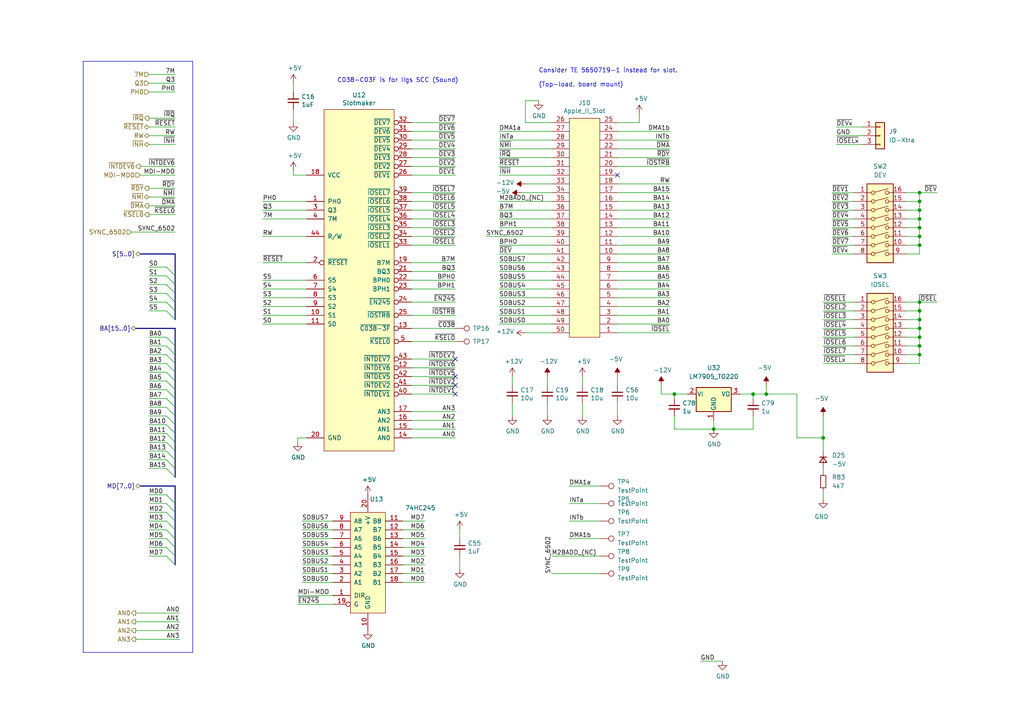
<source format=kicad_sch>
(kicad_sch (version 20230121) (generator eeschema)
  (paper "A4")
  (title_block (title "Slotmaker and Game DIP") (date "2022-06-27") (rev "3b") (company "twitch.tv/baldengineer"))
  (junction (at 266.7 55.88))
  (junction (at 266.7 95.25))
  (junction (at 266.7 100.33))
  (junction (at 266.7 92.71))
  (junction (at 266.7 68.58))
  (junction (at 266.7 90.17))
  (junction (at 218.44 114.3))
  (junction (at 266.7 60.96))
  (junction (at 222.25 114.3))
  (junction (at 266.7 66.04))
  (junction (at 266.7 102.87))
  (junction (at 266.7 71.12))
  (junction (at 266.7 63.5))
  (junction (at 266.7 87.63))
  (junction (at 266.7 97.79))
  (junction (at 238.76 127))
  (junction (at 266.7 58.42))
  (junction (at 195.58 114.3))
  (junction (at 207.01 124.46))
  (no_connect (at 132.08 114.3))
  (no_connect (at 132.08 109.22))
  (no_connect (at 132.08 111.76))
  (no_connect (at 179.07 50.8))
  (no_connect (at 132.08 104.14))
  (bus_entry (at 48.26 90.17) (size 2.54 2.54))
  (bus_entry (at 48.26 102.87) (size 2.54 2.54))
  (bus_entry (at 48.26 85.09) (size 2.54 2.54))
  (bus_entry (at 48.26 130.81) (size 2.54 2.54))
  (bus_entry (at 48.26 146.05) (size 2.54 2.54))
  (bus_entry (at 48.26 148.59) (size 2.54 2.54))
  (bus_entry (at 48.26 133.35) (size 2.54 2.54))
  (bus_entry (at 48.26 113.03) (size 2.54 2.54))
  (bus_entry (at 48.26 123.19) (size 2.54 2.54))
  (bus_entry (at 48.26 110.49) (size 2.54 2.54))
  (bus_entry (at 48.26 77.47) (size 2.54 2.54))
  (bus_entry (at 48.26 151.13) (size 2.54 2.54))
  (bus_entry (at 48.26 100.33) (size 2.54 2.54))
  (bus_entry (at 48.26 158.75) (size 2.54 2.54))
  (bus_entry (at 48.26 87.63) (size 2.54 2.54))
  (bus_entry (at 48.26 156.21) (size 2.54 2.54))
  (bus_entry (at 48.26 105.41) (size 2.54 2.54))
  (bus_entry (at 48.26 80.01) (size 2.54 2.54))
  (bus_entry (at 48.26 107.95) (size 2.54 2.54))
  (bus_entry (at 48.26 143.51) (size 2.54 2.54))
  (bus_entry (at 48.26 125.73) (size 2.54 2.54))
  (bus_entry (at 48.26 120.65) (size 2.54 2.54))
  (bus_entry (at 48.26 115.57) (size 2.54 2.54))
  (bus_entry (at 48.26 128.27) (size 2.54 2.54))
  (bus_entry (at 48.26 97.79) (size 2.54 2.54))
  (bus_entry (at 48.26 161.29) (size 2.54 2.54))
  (bus_entry (at 48.26 153.67) (size 2.54 2.54))
  (bus_entry (at 48.26 82.55) (size 2.54 2.54))
  (bus_entry (at 48.26 118.11) (size 2.54 2.54))
  (bus_entry (at 48.26 135.89) (size 2.54 2.54))
  (wire (pts (xy 242.57 39.37) (xy 250.19 39.37)))
  (wire (pts (xy 179.07 68.58) (xy 194.31 68.58)))
  (wire (pts (xy 179.07 73.66) (xy 194.31 73.66)))
  (wire (pts (xy 266.7 55.88) (xy 271.78 55.88)))
  (wire (pts (xy 179.07 40.64) (xy 194.31 40.64)))
  (wire (pts (xy 179.07 88.9) (xy 194.31 88.9)))
  (wire (pts (xy 266.7 87.63) (xy 271.78 87.63)))
  (polyline (pts (xy 24.13 17.78) (xy 24.13 189.23)))
  (wire (pts (xy 43.18 105.41) (xy 48.26 105.41)))
  (wire (pts (xy 50.8 26.67) (xy 43.18 26.67)))
  (wire (pts (xy 262.89 87.63) (xy 266.7 87.63)))
  (wire (pts (xy 238.76 120.65) (xy 238.76 127)))
  (wire (pts (xy 43.18 102.87) (xy 48.26 102.87)))
  (wire (pts (xy 218.44 114.3) (xy 218.44 115.57)))
  (wire (pts (xy 191.77 114.3) (xy 195.58 114.3)))
  (wire (pts (xy 119.38 99.06) (xy 132.08 99.06)))
  (wire (pts (xy 266.7 92.71) (xy 266.7 95.25)))
  (wire (pts (xy 266.7 95.25) (xy 266.7 97.79)))
  (wire (pts (xy 144.78 78.74) (xy 160.02 78.74)))
  (wire (pts (xy 43.18 34.29) (xy 50.8 34.29)))
  (wire (pts (xy 43.18 90.17) (xy 48.26 90.17)))
  (wire (pts (xy 144.78 63.5) (xy 160.02 63.5)))
  (wire (pts (xy 119.38 111.76) (xy 132.08 111.76)))
  (wire (pts (xy 218.44 114.3) (xy 222.25 114.3)))
  (wire (pts (xy 88.9 60.96) (xy 76.2 60.96)))
  (wire (pts (xy 231.14 127) (xy 238.76 127)))
  (wire (pts (xy 262.89 95.25) (xy 266.7 95.25)))
  (wire (pts (xy 43.18 123.19) (xy 48.26 123.19)))
  (wire (pts (xy 140.97 68.58) (xy 160.02 68.58)))
  (wire (pts (xy 43.18 125.73) (xy 48.26 125.73)))
  (wire (pts (xy 119.38 104.14) (xy 132.08 104.14)))
  (wire (pts (xy 262.89 97.79) (xy 266.7 97.79)))
  (wire (pts (xy 144.78 66.04) (xy 160.02 66.04)))
  (wire (pts (xy 179.07 55.88) (xy 194.31 55.88)))
  (wire (pts (xy 119.38 76.2) (xy 132.08 76.2)))
  (wire (pts (xy 222.25 114.3) (xy 231.14 114.3)))
  (wire (pts (xy 158.75 120.65) (xy 158.75 116.84)))
  (wire (pts (xy 40.64 48.26) (xy 50.8 48.26)))
  (wire (pts (xy 85.09 50.8) (xy 85.09 49.53)))
  (wire (pts (xy 88.9 91.44) (xy 76.2 91.44)))
  (wire (pts (xy 116.84 166.37) (xy 123.19 166.37)))
  (wire (pts (xy 179.07 111.76) (xy 179.07 109.22)))
  (wire (pts (xy 179.07 120.65) (xy 179.07 116.84)))
  (wire (pts (xy 238.76 142.24) (xy 238.76 144.78)))
  (wire (pts (xy 148.59 111.76) (xy 148.59 109.22)))
  (wire (pts (xy 262.89 71.12) (xy 266.7 71.12)))
  (wire (pts (xy 88.9 83.82) (xy 76.2 83.82)))
  (wire (pts (xy 179.07 66.04) (xy 194.31 66.04)))
  (wire (pts (xy 96.52 158.75) (xy 87.63 158.75)))
  (wire (pts (xy 152.4 53.34) (xy 160.02 53.34)))
  (wire (pts (xy 160.02 166.37) (xy 173.99 166.37)))
  (wire (pts (xy 43.18 151.13) (xy 48.26 151.13)))
  (wire (pts (xy 168.91 120.65) (xy 168.91 116.84)))
  (wire (pts (xy 144.78 81.28) (xy 160.02 81.28)))
  (wire (pts (xy 88.9 81.28) (xy 76.2 81.28)))
  (wire (pts (xy 48.26 158.75) (xy 43.18 158.75)))
  (wire (pts (xy 43.18 153.67) (xy 48.26 153.67)))
  (wire (pts (xy 119.38 63.5) (xy 132.08 63.5)))
  (bus (pts (xy 50.8 82.55) (xy 50.8 80.01)))
  (wire (pts (xy 266.7 73.66) (xy 262.89 73.66)))
  (wire (pts (xy 262.89 102.87) (xy 266.7 102.87)))
  (wire (pts (xy 119.38 114.3) (xy 132.08 114.3)))
  (wire (pts (xy 119.38 119.38) (xy 132.08 119.38)))
  (wire (pts (xy 88.9 58.42) (xy 76.2 58.42)))
  (wire (pts (xy 39.37 185.42) (xy 52.07 185.42)))
  (wire (pts (xy 179.07 71.12) (xy 194.31 71.12)))
  (bus (pts (xy 50.8 110.49) (xy 50.8 107.95)))
  (bus (pts (xy 50.8 107.95) (xy 50.8 105.41)))
  (wire (pts (xy 96.52 166.37) (xy 87.63 166.37)))
  (wire (pts (xy 96.52 161.29) (xy 87.63 161.29)))
  (wire (pts (xy 195.58 114.3) (xy 199.39 114.3)))
  (wire (pts (xy 218.44 120.65) (xy 218.44 124.46)))
  (wire (pts (xy 238.76 137.16) (xy 238.76 135.89)))
  (polyline (pts (xy 24.13 17.78) (xy 55.88 17.78)))
  (bus (pts (xy 50.8 100.33) (xy 50.8 95.25)))
  (wire (pts (xy 238.76 87.63) (xy 247.65 87.63)))
  (wire (pts (xy 88.9 76.2) (xy 76.2 76.2)))
  (wire (pts (xy 179.07 63.5) (xy 194.31 63.5)))
  (wire (pts (xy 43.18 54.61) (xy 50.8 54.61)))
  (wire (pts (xy 179.07 96.52) (xy 194.31 96.52)))
  (wire (pts (xy 119.38 60.96) (xy 132.08 60.96)))
  (wire (pts (xy 165.1 146.05) (xy 173.99 146.05)))
  (wire (pts (xy 160.02 35.56) (xy 152.4 35.56)))
  (wire (pts (xy 179.07 76.2) (xy 194.31 76.2)))
  (bus (pts (xy 40.64 73.66) (xy 50.8 73.66)))
  (bus (pts (xy 50.8 113.03) (xy 50.8 110.49)))
  (wire (pts (xy 43.18 97.79) (xy 48.26 97.79)))
  (wire (pts (xy 119.38 106.68) (xy 132.08 106.68)))
  (wire (pts (xy 119.38 45.72) (xy 132.08 45.72)))
  (wire (pts (xy 50.8 50.8) (xy 40.64 50.8)))
  (wire (pts (xy 241.3 55.88) (xy 247.65 55.88)))
  (wire (pts (xy 262.89 55.88) (xy 266.7 55.88)))
  (bus (pts (xy 50.8 85.09) (xy 50.8 82.55)))
  (wire (pts (xy 266.7 68.58) (xy 266.7 71.12)))
  (wire (pts (xy 144.78 86.36) (xy 160.02 86.36)))
  (wire (pts (xy 116.84 161.29) (xy 123.19 161.29)))
  (wire (pts (xy 152.4 29.21) (xy 156.21 29.21)))
  (wire (pts (xy 266.7 60.96) (xy 266.7 63.5)))
  (wire (pts (xy 179.07 83.82) (xy 194.31 83.82)))
  (bus (pts (xy 50.8 146.05) (xy 50.8 140.97)))
  (wire (pts (xy 43.18 87.63) (xy 48.26 87.63)))
  (wire (pts (xy 96.52 156.21) (xy 87.63 156.21)))
  (wire (pts (xy 179.07 53.34) (xy 194.31 53.34)))
  (wire (pts (xy 266.7 58.42) (xy 266.7 60.96)))
  (wire (pts (xy 39.37 182.88) (xy 52.07 182.88)))
  (wire (pts (xy 88.9 86.36) (xy 76.2 86.36)))
  (bus (pts (xy 50.8 92.71) (xy 50.8 90.17)))
  (wire (pts (xy 179.07 38.1) (xy 194.31 38.1)))
  (wire (pts (xy 218.44 124.46) (xy 207.01 124.46)))
  (wire (pts (xy 179.07 78.74) (xy 194.31 78.74)))
  (bus (pts (xy 50.8 87.63) (xy 50.8 85.09)))
  (wire (pts (xy 119.38 87.63) (xy 132.08 87.63)))
  (bus (pts (xy 50.8 118.11) (xy 50.8 115.57)))
  (wire (pts (xy 179.07 43.18) (xy 194.31 43.18)))
  (bus (pts (xy 50.8 115.57) (xy 50.8 113.03)))
  (wire (pts (xy 185.42 35.56) (xy 179.07 35.56)))
  (wire (pts (xy 43.18 148.59) (xy 48.26 148.59)))
  (wire (pts (xy 119.38 43.18) (xy 132.08 43.18)))
  (wire (pts (xy 238.76 127) (xy 238.76 130.81)))
  (wire (pts (xy 266.7 55.88) (xy 266.7 58.42)))
  (wire (pts (xy 266.7 66.04) (xy 266.7 68.58)))
  (bus (pts (xy 50.8 153.67) (xy 50.8 151.13)))
  (wire (pts (xy 160.02 45.72) (xy 144.78 45.72)))
  (wire (pts (xy 266.7 90.17) (xy 266.7 92.71)))
  (wire (pts (xy 43.18 62.23) (xy 50.8 62.23)))
  (wire (pts (xy 160.02 60.96) (xy 144.78 60.96)))
  (wire (pts (xy 151.13 55.88) (xy 160.02 55.88)))
  (wire (pts (xy 48.26 115.57) (xy 43.18 115.57)))
  (wire (pts (xy 43.18 156.21) (xy 48.26 156.21)))
  (wire (pts (xy 144.78 71.12) (xy 160.02 71.12)))
  (wire (pts (xy 179.07 91.44) (xy 194.31 91.44)))
  (wire (pts (xy 207.01 121.92) (xy 207.01 124.46)))
  (wire (pts (xy 195.58 124.46) (xy 207.01 124.46)))
  (bus (pts (xy 50.8 133.35) (xy 50.8 135.89)))
  (wire (pts (xy 238.76 102.87) (xy 247.65 102.87)))
  (bus (pts (xy 39.37 95.25) (xy 50.8 95.25)))
  (wire (pts (xy 48.26 161.29) (xy 43.18 161.29)))
  (wire (pts (xy 96.52 168.91) (xy 87.63 168.91)))
  (bus (pts (xy 50.8 80.01) (xy 50.8 73.66)))
  (wire (pts (xy 116.84 151.13) (xy 123.19 151.13)))
  (wire (pts (xy 119.38 50.8) (xy 132.08 50.8)))
  (wire (pts (xy 262.89 66.04) (xy 266.7 66.04)))
  (wire (pts (xy 262.89 63.5) (xy 266.7 63.5)))
  (wire (pts (xy 119.38 58.42) (xy 132.08 58.42)))
  (wire (pts (xy 185.42 33.02) (xy 185.42 35.56)))
  (wire (pts (xy 48.26 135.89) (xy 43.18 135.89)))
  (bus (pts (xy 40.64 140.97) (xy 50.8 140.97)))
  (wire (pts (xy 144.78 73.66) (xy 160.02 73.66)))
  (wire (pts (xy 119.38 66.04) (xy 132.08 66.04)))
  (wire (pts (xy 48.26 80.01) (xy 43.18 80.01)))
  (wire (pts (xy 39.37 180.34) (xy 52.07 180.34)))
  (wire (pts (xy 96.52 175.26) (xy 86.36 175.26)))
  (wire (pts (xy 266.7 102.87) (xy 266.7 105.41)))
  (wire (pts (xy 48.26 128.27) (xy 43.18 128.27)))
  (wire (pts (xy 160.02 50.8) (xy 144.78 50.8)))
  (wire (pts (xy 43.18 59.69) (xy 50.8 59.69)))
  (polyline (pts (xy 55.88 189.23) (xy 24.13 189.23)))
  (wire (pts (xy 50.8 41.91) (xy 43.18 41.91)))
  (wire (pts (xy 119.38 55.88) (xy 132.08 55.88)))
  (wire (pts (xy 39.37 177.8) (xy 52.07 177.8)))
  (wire (pts (xy 238.76 95.25) (xy 247.65 95.25)))
  (wire (pts (xy 86.36 127) (xy 86.36 128.27)))
  (wire (pts (xy 48.26 143.51) (xy 43.18 143.51)))
  (wire (pts (xy 179.07 93.98) (xy 194.31 93.98)))
  (wire (pts (xy 119.38 121.92) (xy 132.08 121.92)))
  (wire (pts (xy 38.1 67.31) (xy 50.8 67.31)))
  (wire (pts (xy 133.35 165.1) (xy 133.35 161.29)))
  (wire (pts (xy 48.26 110.49) (xy 43.18 110.49)))
  (wire (pts (xy 173.99 156.21) (xy 165.1 156.21)))
  (wire (pts (xy 144.78 38.1) (xy 160.02 38.1)))
  (wire (pts (xy 43.18 118.11) (xy 48.26 118.11)))
  (wire (pts (xy 133.35 156.21) (xy 133.35 153.67)))
  (wire (pts (xy 144.78 76.2) (xy 160.02 76.2)))
  (wire (pts (xy 195.58 120.65) (xy 195.58 124.46)))
  (wire (pts (xy 43.18 39.37) (xy 50.8 39.37)))
  (wire (pts (xy 266.7 100.33) (xy 266.7 102.87)))
  (wire (pts (xy 116.84 153.67) (xy 123.19 153.67)))
  (wire (pts (xy 214.63 114.3) (xy 218.44 114.3)))
  (wire (pts (xy 88.9 88.9) (xy 76.2 88.9)))
  (wire (pts (xy 179.07 86.36) (xy 194.31 86.36)))
  (wire (pts (xy 48.26 146.05) (xy 43.18 146.05)))
  (bus (pts (xy 50.8 135.89) (xy 50.8 138.43)))
  (bus (pts (xy 50.8 120.65) (xy 50.8 118.11)))
  (wire (pts (xy 266.7 87.63) (xy 266.7 90.17)))
  (wire (pts (xy 88.9 63.5) (xy 76.2 63.5)))
  (wire (pts (xy 262.89 90.17) (xy 266.7 90.17)))
  (wire (pts (xy 262.89 100.33) (xy 266.7 100.33)))
  (wire (pts (xy 88.9 93.98) (xy 76.2 93.98)))
  (wire (pts (xy 179.07 60.96) (xy 194.31 60.96)))
  (wire (pts (xy 88.9 68.58) (xy 76.2 68.58)))
  (wire (pts (xy 152.4 35.56) (xy 152.4 29.21)))
  (wire (pts (xy 241.3 73.66) (xy 247.65 73.66)))
  (wire (pts (xy 158.75 111.76) (xy 158.75 109.22)))
  (wire (pts (xy 116.84 163.83) (xy 123.19 163.83)))
  (bus (pts (xy 50.8 102.87) (xy 50.8 100.33)))
  (wire (pts (xy 88.9 127) (xy 86.36 127)))
  (wire (pts (xy 238.76 97.79) (xy 247.65 97.79)))
  (wire (pts (xy 48.26 77.47) (xy 43.18 77.47)))
  (bus (pts (xy 50.8 125.73) (xy 50.8 123.19)))
  (wire (pts (xy 242.57 36.83) (xy 250.19 36.83)))
  (wire (pts (xy 144.78 83.82) (xy 160.02 83.82)))
  (wire (pts (xy 173.99 161.29) (xy 160.02 161.29)))
  (wire (pts (xy 116.84 168.91) (xy 123.19 168.91)))
  (wire (pts (xy 241.3 63.5) (xy 247.65 63.5)))
  (wire (pts (xy 266.7 71.12) (xy 266.7 73.66)))
  (wire (pts (xy 266.7 97.79) (xy 266.7 100.33)))
  (wire (pts (xy 242.57 41.91) (xy 250.19 41.91)))
  (wire (pts (xy 119.38 38.1) (xy 132.08 38.1)))
  (wire (pts (xy 179.07 58.42) (xy 194.31 58.42)))
  (bus (pts (xy 50.8 123.19) (xy 50.8 120.65)))
  (wire (pts (xy 241.3 66.04) (xy 247.65 66.04)))
  (wire (pts (xy 179.07 81.28) (xy 194.31 81.28)))
  (wire (pts (xy 222.25 114.3) (xy 222.25 111.76)))
  (wire (pts (xy 266.7 63.5) (xy 266.7 66.04)))
  (wire (pts (xy 48.26 113.03) (xy 43.18 113.03)))
  (bus (pts (xy 50.8 161.29) (xy 50.8 158.75)))
  (wire (pts (xy 119.38 68.58) (xy 132.08 68.58)))
  (wire (pts (xy 262.89 92.71) (xy 266.7 92.71)))
  (wire (pts (xy 48.26 85.09) (xy 43.18 85.09)))
  (wire (pts (xy 116.84 156.21) (xy 123.19 156.21)))
  (wire (pts (xy 119.38 71.12) (xy 132.08 71.12)))
  (wire (pts (xy 85.09 26.67) (xy 85.09 24.13)))
  (wire (pts (xy 179.07 45.72) (xy 194.31 45.72)))
  (wire (pts (xy 43.18 36.83) (xy 50.8 36.83)))
  (wire (pts (xy 144.78 40.64) (xy 160.02 40.64)))
  (wire (pts (xy 144.78 91.44) (xy 160.02 91.44)))
  (wire (pts (xy 119.38 95.25) (xy 132.08 95.25)))
  (wire (pts (xy 119.38 91.44) (xy 132.08 91.44)))
  (wire (pts (xy 238.76 90.17) (xy 247.65 90.17)))
  (wire (pts (xy 119.38 81.28) (xy 132.08 81.28)))
  (wire (pts (xy 160.02 43.18) (xy 144.78 43.18)))
  (wire (pts (xy 160.02 48.26) (xy 144.78 48.26)))
  (wire (pts (xy 43.18 82.55) (xy 48.26 82.55)))
  (wire (pts (xy 85.09 35.56) (xy 85.09 31.75)))
  (bus (pts (xy 50.8 163.83) (xy 50.8 161.29)))
  (wire (pts (xy 148.59 120.65) (xy 148.59 116.84)))
  (wire (pts (xy 50.8 21.59) (xy 43.18 21.59)))
  (wire (pts (xy 238.76 92.71) (xy 247.65 92.71)))
  (bus (pts (xy 50.8 90.17) (xy 50.8 87.63)))
  (wire (pts (xy 266.7 105.41) (xy 262.89 105.41)))
  (wire (pts (xy 116.84 158.75) (xy 123.19 158.75)))
  (wire (pts (xy 262.89 68.58) (xy 266.7 68.58)))
  (bus (pts (xy 50.8 148.59) (xy 50.8 146.05)))
  (bus (pts (xy 50.8 128.27) (xy 50.8 125.73)))
  (wire (pts (xy 119.38 35.56) (xy 132.08 35.56)))
  (wire (pts (xy 209.55 191.77) (xy 203.2 191.77)))
  (wire (pts (xy 241.3 71.12) (xy 247.65 71.12)))
  (bus (pts (xy 50.8 156.21) (xy 50.8 153.67)))
  (wire (pts (xy 231.14 114.3) (xy 231.14 127)))
  (wire (pts (xy 119.38 40.64) (xy 132.08 40.64)))
  (wire (pts (xy 119.38 48.26) (xy 132.08 48.26)))
  (wire (pts (xy 173.99 151.13) (xy 165.1 151.13)))
  (wire (pts (xy 50.8 24.13) (xy 43.18 24.13)))
  (bus (pts (xy 50.8 105.41) (xy 50.8 102.87)))
  (bus (pts (xy 50.8 151.13) (xy 50.8 148.59)))
  (wire (pts (xy 48.26 107.95) (xy 43.18 107.95)))
  (wire (pts (xy 238.76 100.33) (xy 247.65 100.33)))
  (wire (pts (xy 168.91 111.76) (xy 168.91 109.22)))
  (wire (pts (xy 48.26 130.81) (xy 43.18 130.81)))
  (wire (pts (xy 241.3 58.42) (xy 247.65 58.42)))
  (wire (pts (xy 43.18 120.65) (xy 48.26 120.65)))
  (wire (pts (xy 144.78 93.98) (xy 160.02 93.98)))
  (wire (pts (xy 195.58 114.3) (xy 195.58 115.57)))
  (polyline (pts (xy 55.88 17.78) (xy 55.88 189.23)))
  (wire (pts (xy 88.9 50.8) (xy 85.09 50.8)))
  (wire (pts (xy 48.26 133.35) (xy 43.18 133.35)))
  (wire (pts (xy 119.38 127) (xy 132.08 127)))
  (wire (pts (xy 152.4 96.52) (xy 160.02 96.52)))
  (bus (pts (xy 50.8 158.75) (xy 50.8 156.21)))
  (wire (pts (xy 241.3 68.58) (xy 247.65 68.58)))
  (wire (pts (xy 119.38 83.82) (xy 132.08 83.82)))
  (wire (pts (xy 165.1 140.97) (xy 173.99 140.97)))
  (bus (pts (xy 50.8 130.81) (xy 50.8 128.27)))
  (wire (pts (xy 144.78 88.9) (xy 160.02 88.9)))
  (wire (pts (xy 96.52 153.67) (xy 87.63 153.67)))
  (wire (pts (xy 43.18 100.33) (xy 48.26 100.33)))
  (bus (pts (xy 50.8 133.35) (xy 50.8 130.81)))
  (wire (pts (xy 262.89 58.42) (xy 266.7 58.42)))
  (wire (pts (xy 179.07 48.26) (xy 194.31 48.26)))
  (wire (pts (xy 96.52 163.83) (xy 87.63 163.83)))
  (wire (pts (xy 96.52 172.72) (xy 86.36 172.72)))
  (wire (pts (xy 119.38 109.22) (xy 132.08 109.22)))
  (wire (pts (xy 191.77 111.76) (xy 191.77 114.3)))
  (wire (pts (xy 238.76 105.41) (xy 247.65 105.41)))
  (wire (pts (xy 119.38 124.46) (xy 132.08 124.46)))
  (wire (pts (xy 96.52 151.13) (xy 87.63 151.13)))
  (wire (pts (xy 241.3 60.96) (xy 247.65 60.96)))
  (wire (pts (xy 43.18 57.15) (xy 50.8 57.15)))
  (wire (pts (xy 160.02 58.42) (xy 144.78 58.42)))
  (wire (pts (xy 119.38 78.74) (xy 132.08 78.74)))
  (wire (pts (xy 262.89 60.96) (xy 266.7 60.96)))
  (text "Consider TE 5650719-1 instead for slot.\n\n(Top-load, board mount)" (at 156.21 25.4 0) (effects (font (size 1.27 1.27)) (justify left bottom)))
  (text "C038-C03F is for IIgs SCC (Sound)" (at 97.79 24.13 0) (effects (font (size 1.27 1.27)) (justify left bottom)))
  (text "~{}" (at 39.37 48.26 0) (effects (font (size 1.27 1.27)) (justify left bottom)))
  (label "~{IOSEL4}" (at 238.76 95.25 0))
  (label "S1" (at 76.2 91.44 0))
  (label "MD7" (at 123.19 151.13 180))
  (label "~{C038}" (at 132.08 95.25 180))
  (label "7M" (at 50.8 21.59 180))
  (label "BA8" (at 194.31 73.66 180))
  (label "SDBUS5" (at 87.63 156.21 0))
  (label "SDBUS3" (at 144.78 86.36 0))
  (label "MD1" (at 43.18 146.05 0))
  (label "S0" (at 43.18 77.47 0))
  (label "~{DEV3}" (at 132.08 45.72 180))
  (label "7M" (at 76.2 63.5 0))
  (label "~{INH}" (at 50.8 41.91 180))
  (label "BA14" (at 43.18 133.35 0))
  (label "BPH0" (at 132.08 81.28 180))
  (label "SDBUS4" (at 144.78 83.82 0))
  (label "SDBUS1" (at 144.78 91.44 0))
  (label "SDBUS0" (at 87.63 168.91 0))
  (label "BA14" (at 194.31 58.42 180))
  (label "Q3" (at 50.8 24.13 180))
  (label "MD4" (at 43.18 153.67 0))
  (label "BA15" (at 194.31 55.88 180))
  (label "~{IOSEL7}" (at 238.76 102.87 0))
  (label "AN1" (at 132.08 124.46 180))
  (label "S3" (at 76.2 86.36 0))
  (label "SDBUS6" (at 144.78 78.74 0))
  (label "DMA1a" (at 165.1 140.97 0))
  (label "~{RESET}" (at 76.2 76.2 0))
  (label "BA3" (at 43.18 105.41 0))
  (label "AN3" (at 132.08 119.38 180))
  (label "SDBUS7" (at 87.63 151.13 0))
  (label "~{RDY}" (at 194.31 45.72 180))
  (label "MD3" (at 123.19 161.29 180))
  (label "GND" (at 203.2 191.77 0))
  (label "MD7" (at 43.18 161.29 0))
  (label "~{EN245}" (at 132.08 87.63 180))
  (label "M2BADD_(NC)" (at 160.02 161.29 0))
  (label "BQ3" (at 132.08 78.74 180))
  (label "BA12" (at 194.31 63.5 180))
  (label "BA5" (at 43.18 110.49 0))
  (label "~{IOSEL7}" (at 132.08 55.88 180))
  (label "B7M" (at 144.78 60.96 0))
  (label "MD0" (at 123.19 168.91 180))
  (label "SDBUS5" (at 144.78 81.28 0))
  (label "SDBUS0" (at 144.78 93.98 0))
  (label "MD5" (at 43.18 156.21 0))
  (label "~{IOSEL1}" (at 132.08 71.12 180))
  (label "~{INH}" (at 144.78 50.8 0))
  (label "~{IOSEL3}" (at 132.08 66.04 180))
  (label "PH0" (at 50.8 26.67 180))
  (label "~{IOSEL4}" (at 132.08 63.5 180))
  (label "~{IOSEL2}" (at 238.76 90.17 0))
  (label "RW" (at 194.31 53.34 180))
  (label "SYNC_6502" (at 140.97 68.58 0))
  (label "~{DEV2}" (at 241.3 58.42 0))
  (label "INTb" (at 194.31 40.64 180))
  (label "~{RDY}" (at 50.8 54.61 180))
  (label "MD6" (at 43.18 158.75 0))
  (label "~{NMI}" (at 50.8 57.15 180))
  (label "~{INTDEV2}" (at 132.08 111.76 180))
  (label "S2" (at 76.2 88.9 0))
  (label "RW" (at 50.8 39.37 180))
  (label "MD6" (at 123.19 153.67 180))
  (label "Q3" (at 76.2 60.96 0))
  (label "SDBUS1" (at 87.63 166.37 0))
  (label "BA6" (at 43.18 113.03 0))
  (label "~{DEV6}" (at 241.3 68.58 0))
  (label "GND" (at 242.57 39.37 0))
  (label "BA10" (at 194.31 68.58 180))
  (label "BA13" (at 194.31 60.96 180))
  (label "SYNC_6502" (at 50.8 67.31 180))
  (label "~{IOSEL3}" (at 238.76 92.71 0))
  (label "B7M" (at 132.08 76.2 180))
  (label "~{DMA}" (at 50.8 59.69 180))
  (label "~{DEV3}" (at 241.3 60.96 0))
  (label "~{DEV6}" (at 132.08 38.1 180))
  (label "AN0" (at 132.08 127 180))
  (label "~{INTDEV1}" (at 132.08 114.3 180))
  (label "SDBUS2" (at 144.78 88.9 0))
  (label "DMA1b" (at 194.31 38.1 180))
  (label "SDBUS3" (at 87.63 161.29 0))
  (label "AN3" (at 52.07 185.42 180))
  (label "MD2" (at 123.19 163.83 180))
  (label "BA9" (at 194.31 71.12 180))
  (label "RW" (at 76.2 68.58 0))
  (label "AN1" (at 52.07 180.34 180))
  (label "SDBUS6" (at 87.63 153.67 0))
  (label "MD4" (at 123.19 158.75 180))
  (label "~{DEV5}" (at 241.3 66.04 0))
  (label "BA11" (at 43.18 125.73 0))
  (label "BQ3" (at 144.78 63.5 0))
  (label "SDBUS4" (at 87.63 158.75 0))
  (label "S3" (at 43.18 85.09 0))
  (label "BA0" (at 43.18 97.79 0))
  (label "S4" (at 76.2 83.82 0))
  (label "~{INTDEV6}" (at 132.08 106.68 180))
  (label "INTa" (at 144.78 40.64 0))
  (label "~{IOSEL}" (at 194.31 96.52 180))
  (label "MDI-MDO" (at 50.8 50.8 180))
  (label "~{DEV7}" (at 132.08 35.56 180))
  (label "S2" (at 43.18 82.55 0))
  (label "AN0" (at 52.07 177.8 180))
  (label "~{KSEL0}" (at 132.08 99.06 180))
  (label "MD2" (at 43.18 148.59 0))
  (label "M2BADD_(NC)" (at 144.78 58.42 0))
  (label "~{KSEL0}" (at 50.8 62.23 180))
  (label "~{DEV4}" (at 241.3 63.5 0))
  (label "BPH1" (at 144.78 66.04 0))
  (label "BA1" (at 194.31 91.44 180))
  (label "BA4" (at 43.18 107.95 0))
  (label "MD0" (at 43.18 143.51 0))
  (label "DMA1b" (at 165.1 156.21 0))
  (label "BA1" (at 43.18 100.33 0))
  (label "BA7" (at 194.31 76.2 180))
  (label "BA3" (at 194.31 86.36 180))
  (label "AN2" (at 132.08 121.92 180))
  (label "BA6" (at 194.31 78.74 180))
  (label "~{INTDEV7}" (at 132.08 104.14 180))
  (label "~{IRQ}" (at 144.78 45.72 0))
  (label "BA2" (at 43.18 102.87 0))
  (label "~{IOSELx}" (at 242.57 41.91 0))
  (label "BA11" (at 194.31 66.04 180))
  (label "~{DEVx}" (at 241.3 73.66 0))
  (label "SYNC_6502" (at 160.02 166.37 90))
  (label "~{IOSEL2}" (at 132.08 68.58 180))
  (label "~{DEV1}" (at 241.3 55.88 0))
  (label "~{IOSELx}" (at 238.76 105.41 0))
  (label "S4" (at 43.18 87.63 0))
  (label "PH0" (at 76.2 58.42 0))
  (label "~{DEV5}" (at 132.08 40.64 180))
  (label "~{IOSEL1}" (at 238.76 87.63 0))
  (label "~{EN245}" (at 86.36 175.26 0))
  (label "BA8" (at 43.18 118.11 0))
  (label "~{DEV2}" (at 132.08 48.26 180))
  (label "~{DEV}" (at 144.78 73.66 0))
  (label "S5" (at 43.18 90.17 0))
  (label "~{DEVx}" (at 242.57 36.83 0))
  (label "BA13" (at 43.18 130.81 0))
  (label "~{DEV}" (at 271.78 55.88 180))
  (label "~{IOSEL}" (at 271.78 87.63 180))
  (label "BA4" (at 194.31 83.82 180))
  (label "~{IRQ}" (at 50.8 34.29 180))
  (label "~{RESET}" (at 50.8 36.83 180))
  (label "S5" (at 76.2 81.28 0))
  (label "~{INTDEV6}" (at 50.8 48.26 180))
  (label "~{IOSTRB}" (at 132.08 91.44 180))
  (label "~{IOSEL5}" (at 132.08 60.96 180))
  (label "~{RESET}" (at 144.78 48.26 0))
  (label "~{DEV4}" (at 132.08 43.18 180))
  (label "SDBUS2" (at 87.63 163.83 0))
  (label "~{DEV7}" (at 241.3 71.12 0))
  (label "BPH0" (at 144.78 71.12 0))
  (label "~{IOSTRB}" (at 194.31 48.26 180))
  (label "BA5" (at 194.31 81.28 180))
  (label "BA2" (at 194.31 88.9 180))
  (label "MD1" (at 123.19 166.37 180))
  (label "AN2" (at 52.07 182.88 180))
  (label "DMA1a" (at 144.78 38.1 0))
  (label "INTa" (at 165.1 146.05 0))
  (label "~{NMI}" (at 144.78 43.18 0))
  (label "BA9" (at 43.18 120.65 0))
  (label "BA15" (at 43.18 135.89 0))
  (label "INTb" (at 165.1 151.13 0))
  (label "BA10" (at 43.18 123.19 0))
  (label "~{IOSEL6}" (at 132.08 58.42 180))
  (label "BA7" (at 43.18 115.57 0))
  (label "BA0" (at 194.31 93.98 180))
  (label "MDI-MDO" (at 86.36 172.72 0))
  (label "~{IOSEL5}" (at 238.76 97.79 0))
  (label "BA12" (at 43.18 128.27 0))
  (label "S0" (at 76.2 93.98 0))
  (label "MD3" (at 43.18 151.13 0))
  (label "~{INTDEV5}" (at 132.08 109.22 180))
  (label "SDBUS7" (at 144.78 76.2 0))
  (label "~{DEV1}" (at 132.08 50.8 180))
  (label "~{DMA}" (at 194.31 43.18 180))
  (label "S1" (at 43.18 80.01 0))
  (label "MD5" (at 123.19 156.21 180))
  (label "~{IOSEL6}" (at 238.76 100.33 0))
  (label "BPH1" (at 132.08 83.82 180))
  (hierarchical_label "PH0" (shape input) (at 43.18 26.67 180))
  (hierarchical_label "~{INH}" (shape bidirectional) (at 43.18 41.91 180))
  (hierarchical_label "AN3" (shape output) (at 39.37 185.42 180))
  (hierarchical_label "~{KSEL0}" (shape output) (at 43.18 62.23 180))
  (hierarchical_label "MDI-MDO" (shape input) (at 40.64 50.8 180))
  (hierarchical_label "Q3" (shape input) (at 43.18 24.13 180))
  (hierarchical_label "MD[7..0]" (shape bidirectional) (at 40.64 140.97 180))
  (hierarchical_label "AN1" (shape output) (at 39.37 180.34 180))
  (hierarchical_label "BA[15..0]" (shape bidirectional) (at 39.37 95.25 180))
  (hierarchical_label "~{RDY}" (shape output) (at 43.18 54.61 180))
  (hierarchical_label "AN2" (shape output) (at 39.37 182.88 180))
  (hierarchical_label "~{DMA}" (shape output) (at 43.18 59.69 180))
  (hierarchical_label "RW" (shape bidirectional) (at 43.18 39.37 180))
  (hierarchical_label "7M" (shape input) (at 43.18 21.59 180))
  (hierarchical_label "~{RESET}" (shape bidirectional) (at 43.18 36.83 180))
  (hierarchical_label "AN0" (shape output) (at 39.37 177.8 180))
  (hierarchical_label "SYNC_6502" (shape input) (at 38.1 67.31 180))
  (hierarchical_label "~{INTDEV6}" (shape output) (at 40.64 48.26 180))
  (hierarchical_label "~{IRQ}" (shape output) (at 43.18 34.29 180))
  (hierarchical_label "~{NMI}" (shape bidirectional) (at 43.18 57.15 180))
  (hierarchical_label "S[5..0]" (shape bidirectional) (at 40.64 73.66 180))
  (symbol (lib_id "power:GND") (at 209.55 191.77 0) (unit 1)
    (property "Reference" "#PWR0207" (effects hide))
    (property "Value" "GND" (at 209.677 196.1642 0))
  )
  (symbol (lib_id "Mega IIe Rev3 Symbols:LM7905_TO220") (at 207.01 114.3 0) (mirror x) (unit 1)
    (property "Reference" "U32" (at 207.01 106.68 0))
    (property "Value" "LM7905_TO220" (at 207.01 109.22 0))
    (property "Footprint" "Package_TO_SOT_THT:TO-220-3_Vertical" (effects hide))
    (property "Datasheet" "https://www.onsemi.com/pub/Collateral/MC7900-D.PDF" (effects hide))
  )
  (symbol (lib_id "power:+5V") (at 106.68 143.51 0) (unit 1)
    (property "Reference" "#PWR0215" (effects hide))
    (property "Value" "+5V" (at 107.061 139.1158 0))
  )
  (symbol (lib_name "C_0805_4") (lib_id "Mega IIe Rev3 Symbols:C_0805_4") (at 179.07 114.3 0) (unit 1)
    (property "Reference" "C56" (at 181.4068 113.1316 0) (effects (justify left)))
    (property "Value" "10u" (at 181.4068 115.443 0) (effects (justify left)))
    (property "Footprint" "Capacitor_SMD:C_0805_2012Metric" (effects hide))
  )
  (symbol (lib_id "Mega IIe Rev3 Symbols:TestPoint") (at 173.99 151.13 270) (unit 1)
    (property "Reference" "TP6" (at 179.07 148.59 90) (effects (justify left)))
    (property "Value" "TestPoint" (at 179.07 151.13 90) (effects (justify left)))
    (property "Footprint" "TestPoint:TestPoint_Pad_D1.0mm" (effects hide))
  )
  (symbol (lib_id "power:GND") (at 207.01 124.46 0) (unit 1)
    (property "Reference" "#PWR0395" (effects hide))
    (property "Value" "GND" (at 207.137 128.8542 0))
  )
  (symbol (lib_id "Mega IIe Rev3 Symbols:TestPoint") (at 173.99 166.37 270) (unit 1)
    (property "Reference" "TP9" (at 179.07 165.0999 90) (effects (justify left)))
    (property "Value" "TestPoint" (at 179.07 167.6399 90) (effects (justify left)))
    (property "Footprint" "TestPoint:TestPoint_Pad_D1.0mm" (effects hide))
  )
  (symbol (lib_id "power:-5V") (at 238.76 120.65 0) (unit 1)
    (property "Reference" "#PWR0427" (effects hide))
    (property "Value" "-5V" (at 236.22 115.57 0) (effects (justify left)))
  )
  (symbol (lib_id "power:GND") (at 148.59 120.65 0) (unit 1)
    (property "Reference" "#PWR0202" (effects hide))
    (property "Value" "GND" (at 148.717 125.0442 0))
  )
  (symbol (lib_id "Mega IIe Rev3 Symbols:Conn_01x03") (at 255.27 39.37 0) (unit 1)
    (property "Reference" "J9" (at 257.81 38.0999 0) (effects (justify left)))
    (property "Value" "IO-Xtra" (at 257.81 40.6399 0) (effects (justify left)))
    (property "Footprint" "Connector_PinHeader_2.54mm:PinHeader_1x03_P2.54mm_Vertical" (effects hide))
  )
  (symbol (lib_id "Mega IIe Rev3 Symbols:SW_DIP_x08") (at 255.27 66.04 0) (unit 1)
    (property "Reference" "SW2" (at 255.27 48.26 0))
    (property "Value" "DEV" (at 255.27 50.8 0))
    (property "Footprint" "Button_Switch_SMD:SW_DIP_SPSTx08_Slide_Omron_A6H-8101_W6.15mm_P1.27mm" (effects hide))
    (property "SPN" "11N5429" (effects hide))
    (property "Supplier" "Newark" (effects hide))
  )
  (symbol (lib_name "C_0805_4") (lib_id "Mega IIe Rev3 Symbols:C_0805_4") (at 195.58 118.11 0) (unit 1)
    (property "Reference" "C78" (at 197.9168 116.9416 0) (effects (justify left)))
    (property "Value" "1u" (at 197.9168 119.253 0) (effects (justify left)))
    (property "Footprint" "Capacitor_SMD:C_0603_1608Metric" (effects hide))
  )
  (symbol (lib_id "power:GND") (at 168.91 120.65 0) (unit 1)
    (property "Reference" "#PWR0205" (effects hide))
    (property "Value" "GND" (at 169.037 125.0442 0))
  )
  (symbol (lib_name "C_0805_3") (lib_id "Mega IIe Rev3 Symbols:C_0805_3") (at 168.91 114.3 0) (unit 1)
    (property "Reference" "C18" (at 171.2468 113.1316 0) (effects (justify left)))
    (property "Value" "10u" (at 171.2468 115.443 0) (effects (justify left)))
    (property "Footprint" "Capacitor_SMD:C_0805_2012Metric" (effects hide))
  )
  (symbol (lib_id "power:+5V") (at 168.91 109.22 0) (unit 1)
    (property "Reference" "#PWR0200" (effects hide))
    (property "Value" "+5V" (at 169.291 104.8258 0))
  )
  (symbol (lib_id "power:GND") (at 179.07 120.65 0) (unit 1)
    (property "Reference" "#PWR0176" (effects hide))
    (property "Value" "GND" (at 179.197 125.0442 0))
  )
  (symbol (lib_id "power:-12V") (at 191.77 111.76 0) (unit 1)
    (property "Reference" "#PWR0394" (effects hide))
    (property "Value" "-12V" (at 192.151 107.3658 0))
  )
  (symbol (lib_id "power:-12V") (at 158.75 109.22 0) (unit 1)
    (property "Reference" "#PWR0201" (effects hide))
    (property "Value" "-12V" (at 159.131 104.8258 0))
  )
  (symbol (lib_id "power:+5V") (at 133.35 153.67 0) (unit 1)
    (property "Reference" "#PWR0206" (effects hide))
    (property "Value" "+5V" (at 133.731 149.2758 0))
  )
  (symbol (lib_name "C_0805_1") (lib_id "Mega IIe Rev3 Symbols:C_0805_1") (at 158.75 114.3 0) (unit 1)
    (property "Reference" "C19" (at 161.0868 113.1316 0) (effects (justify left)))
    (property "Value" "10u" (at 161.0868 115.443 0) (effects (justify left)))
    (property "Footprint" "Capacitor_SMD:C_0805_2012Metric" (effects hide))
  )
  (symbol (lib_id "power:+12V") (at 152.4 96.52 90) (unit 1)
    (property "Reference" "#PWR0210" (effects hide))
    (property "Value" "+12V" (at 149.1488 96.139 90) (effects (justify left)))
  )
  (symbol (lib_id "power:-12V") (at 152.4 53.34 90) (unit 1)
    (property "Reference" "#PWR0196" (effects hide))
    (property "Value" "-12V" (at 149.1488 52.959 90) (effects (justify left)))
  )
  (symbol (lib_id "Mega IIe Rev3 Symbols:D_1206") (at 238.76 133.35 270) (unit 1)
    (property "Reference" "D25" (at 241.3 132.0799 90) (effects (justify left)))
    (property "Value" "-5V" (at 241.3 134.6199 90) (effects (justify left)))
    (property "Footprint" "LED_SMD:LED_1206_3216Metric" (effects hide))
  )
  (symbol (lib_name "C_0805_5") (lib_id "Mega IIe Rev3 Symbols:C_0805_5") (at 133.35 158.75 0) (unit 1)
    (property "Reference" "C55" (at 135.6868 157.5816 0) (effects (justify left)))
    (property "Value" "1uF" (at 135.6868 159.893 0) (effects (justify left)))
    (property "Footprint" "Capacitor_SMD:C_0805_2012Metric" (effects hide))
  )
  (symbol (lib_id "Mega IIe Rev3 Symbols:TestPoint") (at 132.08 95.25 270) (unit 1)
    (property "Reference" "TP16" (at 137.16 95.2499 90) (effects (justify left)))
    (property "Value" "TestPoint" (effects hide))
    (property "Footprint" "TestPoint:TestPoint_Pad_D1.0mm" (effects hide))
  )
  (symbol (lib_id "Mega IIe Rev3 Symbols:Slotmaker") (at 102.87 78.74 0) (unit 1)
    (property "Reference" "U12" (at 104.14 27.559 0))
    (property "Value" "Slotmaker" (at 104.14 29.8704 0))
    (property "Footprint" "Package_LCC:PLCC-44_THT-Socket" (effects hide))
  )
  (symbol (lib_id "Mega IIe Rev3 Symbols:TestPoint") (at 173.99 146.05 270) (unit 1)
    (property "Reference" "TP5" (at 179.07 144.7799 90) (effects (justify left)))
    (property "Value" "TestPoint" (at 179.07 146.05 90) (effects (justify left)))
    (property "Footprint" "TestPoint:TestPoint_Pad_D1.0mm" (effects hide))
  )
  (symbol (lib_id "Mega IIe Rev3 Symbols:TestPoint") (at 173.99 140.97 270) (unit 1)
    (property "Reference" "TP4" (at 179.07 139.6999 90) (effects (justify left)))
    (property "Value" "TestPoint" (at 179.07 142.2399 90) (effects (justify left)))
    (property "Footprint" "TestPoint:TestPoint_Pad_D1.0mm" (effects hide))
  )
  (symbol (lib_id "power:GND") (at 156.21 29.21 0) (unit 1)
    (property "Reference" "#PWR0198" (effects hide))
    (property "Value" "GND" (at 156.337 33.6042 0))
  )
  (symbol (lib_id "power:GND") (at 106.68 182.88 0) (unit 1)
    (property "Reference" "#PWR0216" (effects hide))
    (property "Value" "GND" (at 106.807 187.2742 0))
  )
  (symbol (lib_id "Mega IIe Rev3 Symbols:C_0805") (at 85.09 29.21 0) (unit 1)
    (property "Reference" "C16" (at 87.4268 28.0416 0) (effects (justify left)))
    (property "Value" "1uF" (at 87.4268 30.353 0) (effects (justify left)))
    (property "Footprint" "Capacitor_SMD:C_0805_2012Metric" (effects hide))
  )
  (symbol (lib_id "Mega IIe Rev3 Symbols:R_0805") (at 238.76 139.7 180) (unit 1)
    (property "Reference" "R83" (at 241.3 138.43 0) (effects (justify right)))
    (property "Value" "4k7" (at 241.3 140.97 0) (effects (justify right)))
    (property "Footprint" "Resistor_SMD:R_0805_2012Metric" (effects hide))
  )
  (symbol (lib_id "power:+5V") (at 85.09 49.53 0) (unit 1)
    (property "Reference" "#PWR0211" (effects hide))
    (property "Value" "+5V" (at 85.471 45.1358 0))
  )
  (symbol (lib_id "Mega IIe Rev3 Symbols:TestPoint") (at 173.99 156.21 270) (unit 1)
    (property "Reference" "TP7" (at 179.07 154.9399 90) (effects (justify left)))
    (property "Value" "TestPoint" (at 179.07 157.4799 90) (effects (justify left)))
    (property "Footprint" "TestPoint:TestPoint_Pad_D1.0mm" (effects hide))
  )
  (symbol (lib_id "power:-5V") (at 151.13 55.88 90) (unit 1)
    (property "Reference" "#PWR0197" (effects hide))
    (property "Value" "-5V" (at 147.8788 55.499 90) (effects (justify left)))
  )
  (symbol (lib_id "power:+5V") (at 185.42 33.02 0) (unit 1)
    (property "Reference" "#PWR0199" (effects hide))
    (property "Value" "+5V" (at 185.801 28.6258 0))
  )
  (symbol (lib_id "power:GND") (at 86.36 128.27 0) (unit 1)
    (property "Reference" "#PWR0214" (effects hide))
    (property "Value" "GND" (at 86.487 132.6642 0))
  )
  (symbol (lib_id "Mega IIe Rev3 Symbols:74HCT245") (at 106.68 163.83 0) (unit 1)
    (property "Reference" "U13" (at 109.22 144.78 0))
    (property "Value" "74HC245" (at 121.92 147.32 0))
    (property "Footprint" "Package_SO:SOIC-20W_7.5x12.8mm_P1.27mm" (effects hide))
  )
  (symbol (lib_id "power:GND") (at 85.09 35.56 0) (unit 1)
    (property "Reference" "#PWR0212" (effects hide))
    (property "Value" "GND" (at 85.217 39.9542 0))
  )
  (symbol (lib_id "power:-5V") (at 179.07 109.22 0) (unit 1)
    (property "Reference" "#PWR0175" (effects hide))
    (property "Value" "-5V" (at 176.53 104.14 0) (effects (justify left)))
  )
  (symbol (lib_id "power:GND") (at 158.75 120.65 0) (unit 1)
    (property "Reference" "#PWR0204" (effects hide))
    (property "Value" "GND" (at 158.877 125.0442 0))
  )
  (symbol (lib_id "Mega IIe Rev3 Symbols:TestPoint") (at 173.99 161.29 270) (unit 1)
    (property "Reference" "TP8" (at 179.07 160.0199 90) (effects (justify left)))
    (property "Value" "TestPoint" (at 179.07 162.5599 90) (effects (justify left)))
    (property "Footprint" "TestPoint:TestPoint_Pad_D1.0mm" (effects hide))
  )
  (symbol (lib_name "C_0805_2") (lib_id "Mega IIe Rev3 Symbols:C_0805_2") (at 148.59 114.3 0) (unit 1)
    (property "Reference" "C17" (at 150.9268 113.1316 0) (effects (justify left)))
    (property "Value" "10u" (at 150.9268 115.443 0) (effects (justify left)))
    (property "Footprint" "Capacitor_SMD:C_0805_2012Metric" (effects hide))
  )
  (symbol (lib_id "Mega IIe Rev3 Symbols:Apple_II_Slot") (at 168.91 64.77 0) (unit 1)
    (property "Reference" "J10" (at 169.545 29.845 0))
    (property "Value" "Apple_II_Slot" (at 169.545 32.1564 0))
    (property "Footprint" "My Libraries:Sullins-EBC25DCWN-Edge Socket 50 pos (25x2) 0.100" (effects hide))
    (property "Field4" "My Libraries:Amp_2358256-4_50pos_right_angle_card" (effects hide))
    (property "New MFN" "EBC25DCWN" (effects hide))
  )
  (symbol (lib_id "Mega IIe Rev3 Symbols:SW_DIP_x08") (at 255.27 97.79 0) (unit 1)
    (property "Reference" "SW3" (at 255.27 80.01 0))
    (property "Value" "IOSEL" (at 255.27 82.55 0))
    (property "Footprint" "Button_Switch_SMD:SW_DIP_SPSTx08_Slide_Omron_A6H-8101_W6.15mm_P1.27mm" (effects hide))
    (property "SPN" "11N5429" (effects hide))
    (property "Supplier" "Newark" (effects hide))
  )
  (symbol (lib_id "power:GND") (at 133.35 165.1 0) (unit 1)
    (property "Reference" "#PWR0178" (effects hide))
    (property "Value" "GND" (at 133.477 169.4942 0))
  )
  (symbol (lib_id "power:-5V") (at 222.25 111.76 0) (unit 1)
    (property "Reference" "#PWR0393" (effects hide))
    (property "Value" "-5V" (at 219.71 106.68 0) (effects (justify left)))
  )
  (symbol (lib_name "C_0805_4") (lib_id "Mega IIe Rev3 Symbols:C_0805_4") (at 218.44 118.11 0) (unit 1)
    (property "Reference" "C79" (at 220.7768 116.9416 0) (effects (justify left)))
    (property "Value" "1u" (at 220.7768 119.253 0) (effects (justify left)))
    (property "Footprint" "Capacitor_SMD:C_0603_1608Metric" (effects hide))
  )
  (symbol (lib_id "Mega IIe Rev3 Symbols:TestPoint") (at 132.08 99.06 270) (unit 1)
    (property "Reference" "TP17" (at 137.16 99.06 90) (effects (justify left)))
    (property "Value" "TestPoint" (effects hide))
    (property "Footprint" "TestPoint:TestPoint_Pad_D1.0mm" (effects hide))
  )
  (symbol (lib_id "power:+5V") (at 85.09 24.13 0) (unit 1)
    (property "Reference" "#PWR0213" (effects hide))
    (property "Value" "+5V" (at 85.471 19.7358 0))
  )
  (symbol (lib_id "power:+12V") (at 148.59 109.22 0) (unit 1)
    (property "Reference" "#PWR0203" (effects hide))
    (property "Value" "+12V" (at 148.971 104.8258 0))
  )
  (symbol (lib_id "power:GND") (at 238.76 144.78 0) (unit 1)
    (property "Reference" "#PWR0428" (effects hide))
    (property "Value" "GND" (at 236.22 149.86 0) (effects (justify left)))
  )
)
</source>
